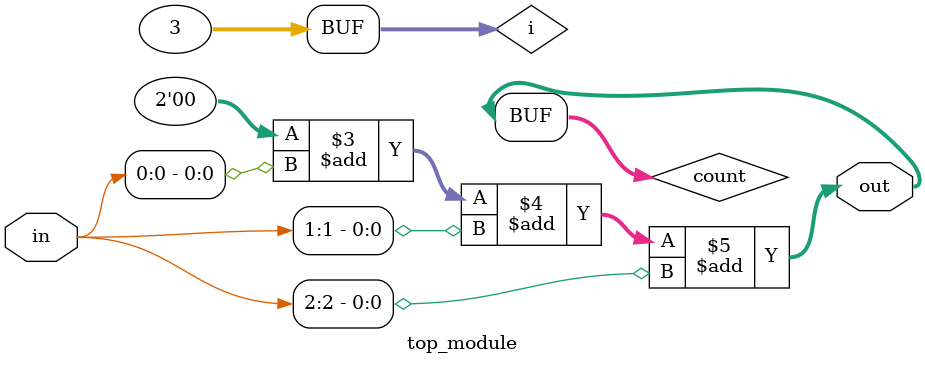
<source format=sv>
module top_module (
	input [2:0] in,
	output [1:0] out
);

	reg [1:0] count;
	integer i;

	always @(*) begin
		count = 0;
		for (i = 0; i < 3; i = i + 1) begin
			count = count + in[i];
		end 
	end

	assign out = count;

endmodule

</source>
